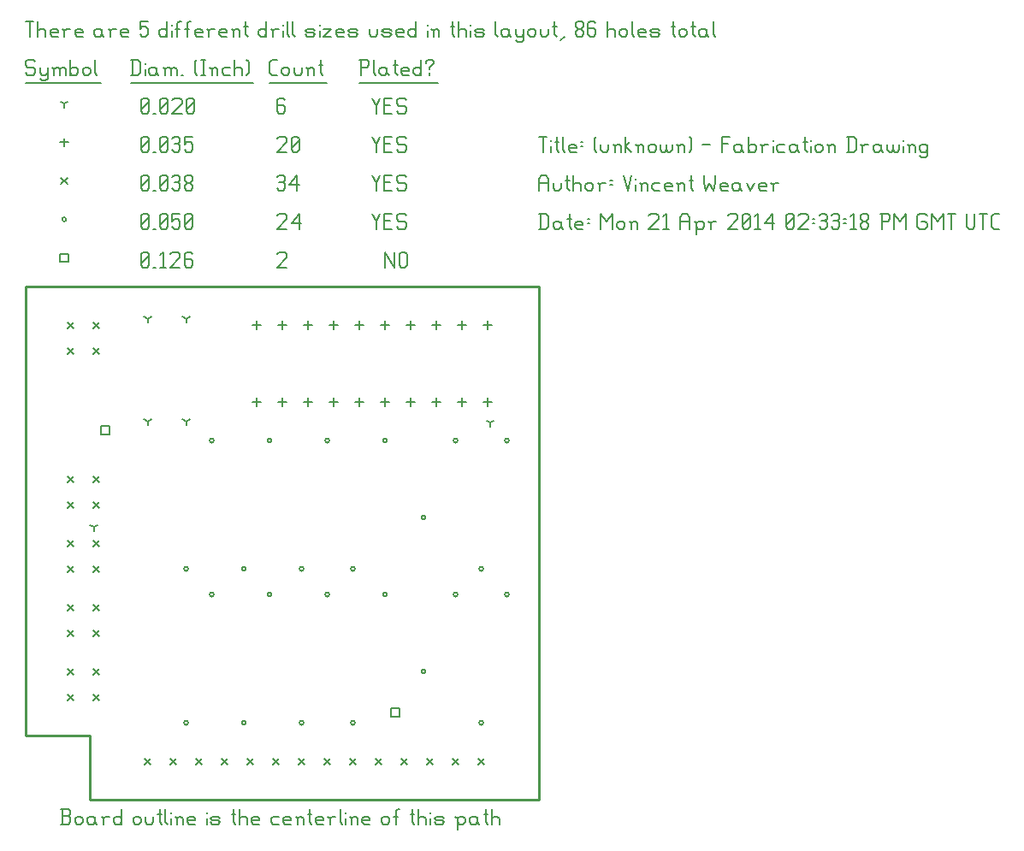
<source format=gbr>
G04 start of page 18 for group -3984 idx -3984 *
G04 Title: (unknown), fab *
G04 Creator: pcb 20140316 *
G04 CreationDate: Mon 21 Apr 2014 02:33:18 PM GMT UTC *
G04 For: vince *
G04 Format: Gerber/RS-274X *
G04 PCB-Dimensions (mil): 2000.00 2000.00 *
G04 PCB-Coordinate-Origin: lower left *
%MOIN*%
%FSLAX25Y25*%
%LNFAB*%
%ADD101C,0.0100*%
%ADD100C,0.0075*%
%ADD99C,0.0060*%
%ADD98C,0.0080*%
G54D98*X29400Y145600D02*X32600D01*
X29400D02*Y142400D01*
X32600D01*
Y145600D02*Y142400D01*
X142400Y35600D02*X145600D01*
X142400D02*Y32400D01*
X145600D01*
Y35600D02*Y32400D01*
X13400Y212850D02*X16600D01*
X13400D02*Y209650D01*
X16600D01*
Y212850D02*Y209650D01*
G54D99*X140000Y213500D02*Y207500D01*
Y213500D02*X143750Y207500D01*
Y213500D02*Y207500D01*
X145550Y212750D02*Y208250D01*
Y212750D02*X146300Y213500D01*
X147800D01*
X148550Y212750D01*
Y208250D01*
X147800Y207500D02*X148550Y208250D01*
X146300Y207500D02*X147800D01*
X145550Y208250D02*X146300Y207500D01*
X98000Y212750D02*X98750Y213500D01*
X101000D01*
X101750Y212750D01*
Y211250D01*
X98000Y207500D02*X101750Y211250D01*
X98000Y207500D02*X101750D01*
X45000Y208250D02*X45750Y207500D01*
X45000Y212750D02*Y208250D01*
Y212750D02*X45750Y213500D01*
X47250D01*
X48000Y212750D01*
Y208250D01*
X47250Y207500D02*X48000Y208250D01*
X45750Y207500D02*X47250D01*
X45000Y209000D02*X48000Y212000D01*
X49800Y207500D02*X50550D01*
X52350Y212300D02*X53550Y213500D01*
Y207500D01*
X52350D02*X54600D01*
X56400Y212750D02*X57150Y213500D01*
X59400D01*
X60150Y212750D01*
Y211250D01*
X56400Y207500D02*X60150Y211250D01*
X56400Y207500D02*X60150D01*
X64200Y213500D02*X64950Y212750D01*
X62700Y213500D02*X64200D01*
X61950Y212750D02*X62700Y213500D01*
X61950Y212750D02*Y208250D01*
X62700Y207500D01*
X64200Y210800D02*X64950Y210050D01*
X61950Y210800D02*X64200D01*
X62700Y207500D02*X64200D01*
X64950Y208250D01*
Y210050D02*Y208250D01*
X154200Y110000D02*G75*G03X155800Y110000I800J0D01*G01*
G75*G03X154200Y110000I-800J0D01*G01*
Y50000D02*G75*G03X155800Y50000I800J0D01*G01*
G75*G03X154200Y50000I-800J0D01*G01*
X61700Y90000D02*G75*G03X63300Y90000I800J0D01*G01*
G75*G03X61700Y90000I-800J0D01*G01*
Y30000D02*G75*G03X63300Y30000I800J0D01*G01*
G75*G03X61700Y30000I-800J0D01*G01*
X166700Y140000D02*G75*G03X168300Y140000I800J0D01*G01*
G75*G03X166700Y140000I-800J0D01*G01*
Y80000D02*G75*G03X168300Y80000I800J0D01*G01*
G75*G03X166700Y80000I-800J0D01*G01*
X116700Y140000D02*G75*G03X118300Y140000I800J0D01*G01*
G75*G03X116700Y140000I-800J0D01*G01*
Y80000D02*G75*G03X118300Y80000I800J0D01*G01*
G75*G03X116700Y80000I-800J0D01*G01*
X71700Y140000D02*G75*G03X73300Y140000I800J0D01*G01*
G75*G03X71700Y140000I-800J0D01*G01*
Y80000D02*G75*G03X73300Y80000I800J0D01*G01*
G75*G03X71700Y80000I-800J0D01*G01*
X176700Y90000D02*G75*G03X178300Y90000I800J0D01*G01*
G75*G03X176700Y90000I-800J0D01*G01*
Y30000D02*G75*G03X178300Y30000I800J0D01*G01*
G75*G03X176700Y30000I-800J0D01*G01*
X126700Y90000D02*G75*G03X128300Y90000I800J0D01*G01*
G75*G03X126700Y90000I-800J0D01*G01*
Y30000D02*G75*G03X128300Y30000I800J0D01*G01*
G75*G03X126700Y30000I-800J0D01*G01*
X84200Y90000D02*G75*G03X85800Y90000I800J0D01*G01*
G75*G03X84200Y90000I-800J0D01*G01*
Y30000D02*G75*G03X85800Y30000I800J0D01*G01*
G75*G03X84200Y30000I-800J0D01*G01*
X186700Y140000D02*G75*G03X188300Y140000I800J0D01*G01*
G75*G03X186700Y140000I-800J0D01*G01*
Y80000D02*G75*G03X188300Y80000I800J0D01*G01*
G75*G03X186700Y80000I-800J0D01*G01*
X139200Y140000D02*G75*G03X140800Y140000I800J0D01*G01*
G75*G03X139200Y140000I-800J0D01*G01*
Y80000D02*G75*G03X140800Y80000I800J0D01*G01*
G75*G03X139200Y80000I-800J0D01*G01*
X94200Y140000D02*G75*G03X95800Y140000I800J0D01*G01*
G75*G03X94200Y140000I-800J0D01*G01*
Y80000D02*G75*G03X95800Y80000I800J0D01*G01*
G75*G03X94200Y80000I-800J0D01*G01*
X106700Y90000D02*G75*G03X108300Y90000I800J0D01*G01*
G75*G03X106700Y90000I-800J0D01*G01*
Y30000D02*G75*G03X108300Y30000I800J0D01*G01*
G75*G03X106700Y30000I-800J0D01*G01*
X14200Y226250D02*G75*G03X15800Y226250I800J0D01*G01*
G75*G03X14200Y226250I-800J0D01*G01*
X135000Y228500D02*X136500Y225500D01*
X138000Y228500D01*
X136500Y225500D02*Y222500D01*
X139800Y225800D02*X142050D01*
X139800Y222500D02*X142800D01*
X139800Y228500D02*Y222500D01*
Y228500D02*X142800D01*
X147600D02*X148350Y227750D01*
X145350Y228500D02*X147600D01*
X144600Y227750D02*X145350Y228500D01*
X144600Y227750D02*Y226250D01*
X145350Y225500D01*
X147600D01*
X148350Y224750D01*
Y223250D01*
X147600Y222500D02*X148350Y223250D01*
X145350Y222500D02*X147600D01*
X144600Y223250D02*X145350Y222500D01*
X98000Y227750D02*X98750Y228500D01*
X101000D01*
X101750Y227750D01*
Y226250D01*
X98000Y222500D02*X101750Y226250D01*
X98000Y222500D02*X101750D01*
X103550Y224750D02*X106550Y228500D01*
X103550Y224750D02*X107300D01*
X106550Y228500D02*Y222500D01*
X45000Y223250D02*X45750Y222500D01*
X45000Y227750D02*Y223250D01*
Y227750D02*X45750Y228500D01*
X47250D01*
X48000Y227750D01*
Y223250D01*
X47250Y222500D02*X48000Y223250D01*
X45750Y222500D02*X47250D01*
X45000Y224000D02*X48000Y227000D01*
X49800Y222500D02*X50550D01*
X52350Y223250D02*X53100Y222500D01*
X52350Y227750D02*Y223250D01*
Y227750D02*X53100Y228500D01*
X54600D01*
X55350Y227750D01*
Y223250D01*
X54600Y222500D02*X55350Y223250D01*
X53100Y222500D02*X54600D01*
X52350Y224000D02*X55350Y227000D01*
X57150Y228500D02*X60150D01*
X57150D02*Y225500D01*
X57900Y226250D01*
X59400D01*
X60150Y225500D01*
Y223250D01*
X59400Y222500D02*X60150Y223250D01*
X57900Y222500D02*X59400D01*
X57150Y223250D02*X57900Y222500D01*
X61950Y223250D02*X62700Y222500D01*
X61950Y227750D02*Y223250D01*
Y227750D02*X62700Y228500D01*
X64200D01*
X64950Y227750D01*
Y223250D01*
X64200Y222500D02*X64950Y223250D01*
X62700Y222500D02*X64200D01*
X61950Y224000D02*X64950Y227000D01*
X16300Y51200D02*X18700Y48800D01*
X16300D02*X18700Y51200D01*
X26300D02*X28700Y48800D01*
X26300D02*X28700Y51200D01*
X16300Y41200D02*X18700Y38800D01*
X16300D02*X18700Y41200D01*
X26300D02*X28700Y38800D01*
X26300D02*X28700Y41200D01*
X16300Y76200D02*X18700Y73800D01*
X16300D02*X18700Y76200D01*
X26300D02*X28700Y73800D01*
X26300D02*X28700Y76200D01*
X16300Y66200D02*X18700Y63800D01*
X16300D02*X18700Y66200D01*
X26300D02*X28700Y63800D01*
X26300D02*X28700Y66200D01*
X16300Y101200D02*X18700Y98800D01*
X16300D02*X18700Y101200D01*
X26300D02*X28700Y98800D01*
X26300D02*X28700Y101200D01*
X16300Y91200D02*X18700Y88800D01*
X16300D02*X18700Y91200D01*
X26300D02*X28700Y88800D01*
X26300D02*X28700Y91200D01*
X16300Y126200D02*X18700Y123800D01*
X16300D02*X18700Y126200D01*
X26300D02*X28700Y123800D01*
X26300D02*X28700Y126200D01*
X16300Y116200D02*X18700Y113800D01*
X16300D02*X18700Y116200D01*
X26300D02*X28700Y113800D01*
X26300D02*X28700Y116200D01*
X16300Y186200D02*X18700Y183800D01*
X16300D02*X18700Y186200D01*
X26300D02*X28700Y183800D01*
X26300D02*X28700Y186200D01*
X16300Y176200D02*X18700Y173800D01*
X16300D02*X18700Y176200D01*
X26300D02*X28700Y173800D01*
X26300D02*X28700Y176200D01*
X46300Y16200D02*X48700Y13800D01*
X46300D02*X48700Y16200D01*
X56300D02*X58700Y13800D01*
X56300D02*X58700Y16200D01*
X66300D02*X68700Y13800D01*
X66300D02*X68700Y16200D01*
X76300D02*X78700Y13800D01*
X76300D02*X78700Y16200D01*
X86300D02*X88700Y13800D01*
X86300D02*X88700Y16200D01*
X96300D02*X98700Y13800D01*
X96300D02*X98700Y16200D01*
X106300D02*X108700Y13800D01*
X106300D02*X108700Y16200D01*
X116300D02*X118700Y13800D01*
X116300D02*X118700Y16200D01*
X126300D02*X128700Y13800D01*
X126300D02*X128700Y16200D01*
X136300D02*X138700Y13800D01*
X136300D02*X138700Y16200D01*
X146300D02*X148700Y13800D01*
X146300D02*X148700Y16200D01*
X156300D02*X158700Y13800D01*
X156300D02*X158700Y16200D01*
X166300D02*X168700Y13800D01*
X166300D02*X168700Y16200D01*
X176300D02*X178700Y13800D01*
X176300D02*X178700Y16200D01*
X13800Y242450D02*X16200Y240050D01*
X13800D02*X16200Y242450D01*
X135000Y243500D02*X136500Y240500D01*
X138000Y243500D01*
X136500Y240500D02*Y237500D01*
X139800Y240800D02*X142050D01*
X139800Y237500D02*X142800D01*
X139800Y243500D02*Y237500D01*
Y243500D02*X142800D01*
X147600D02*X148350Y242750D01*
X145350Y243500D02*X147600D01*
X144600Y242750D02*X145350Y243500D01*
X144600Y242750D02*Y241250D01*
X145350Y240500D01*
X147600D01*
X148350Y239750D01*
Y238250D01*
X147600Y237500D02*X148350Y238250D01*
X145350Y237500D02*X147600D01*
X144600Y238250D02*X145350Y237500D01*
X98000Y242750D02*X98750Y243500D01*
X100250D01*
X101000Y242750D01*
X100250Y237500D02*X101000Y238250D01*
X98750Y237500D02*X100250D01*
X98000Y238250D02*X98750Y237500D01*
Y240800D02*X100250D01*
X101000Y242750D02*Y241550D01*
Y240050D02*Y238250D01*
Y240050D02*X100250Y240800D01*
X101000Y241550D02*X100250Y240800D01*
X102800Y239750D02*X105800Y243500D01*
X102800Y239750D02*X106550D01*
X105800Y243500D02*Y237500D01*
X45000Y238250D02*X45750Y237500D01*
X45000Y242750D02*Y238250D01*
Y242750D02*X45750Y243500D01*
X47250D01*
X48000Y242750D01*
Y238250D01*
X47250Y237500D02*X48000Y238250D01*
X45750Y237500D02*X47250D01*
X45000Y239000D02*X48000Y242000D01*
X49800Y237500D02*X50550D01*
X52350Y238250D02*X53100Y237500D01*
X52350Y242750D02*Y238250D01*
Y242750D02*X53100Y243500D01*
X54600D01*
X55350Y242750D01*
Y238250D01*
X54600Y237500D02*X55350Y238250D01*
X53100Y237500D02*X54600D01*
X52350Y239000D02*X55350Y242000D01*
X57150Y242750D02*X57900Y243500D01*
X59400D01*
X60150Y242750D01*
X59400Y237500D02*X60150Y238250D01*
X57900Y237500D02*X59400D01*
X57150Y238250D02*X57900Y237500D01*
Y240800D02*X59400D01*
X60150Y242750D02*Y241550D01*
Y240050D02*Y238250D01*
Y240050D02*X59400Y240800D01*
X60150Y241550D02*X59400Y240800D01*
X61950Y238250D02*X62700Y237500D01*
X61950Y239450D02*Y238250D01*
Y239450D02*X63000Y240500D01*
X63900D01*
X64950Y239450D01*
Y238250D01*
X64200Y237500D02*X64950Y238250D01*
X62700Y237500D02*X64200D01*
X61950Y241550D02*X63000Y240500D01*
X61950Y242750D02*Y241550D01*
Y242750D02*X62700Y243500D01*
X64200D01*
X64950Y242750D01*
Y241550D01*
X63900Y240500D02*X64950Y241550D01*
X90000Y156600D02*Y153400D01*
X88400Y155000D02*X91600D01*
X100000Y156600D02*Y153400D01*
X98400Y155000D02*X101600D01*
X110000Y156600D02*Y153400D01*
X108400Y155000D02*X111600D01*
X120000Y156600D02*Y153400D01*
X118400Y155000D02*X121600D01*
X130000Y156600D02*Y153400D01*
X128400Y155000D02*X131600D01*
X140000Y156600D02*Y153400D01*
X138400Y155000D02*X141600D01*
X150000Y156600D02*Y153400D01*
X148400Y155000D02*X151600D01*
X160000Y156600D02*Y153400D01*
X158400Y155000D02*X161600D01*
X170000Y156600D02*Y153400D01*
X168400Y155000D02*X171600D01*
X180000Y156600D02*Y153400D01*
X178400Y155000D02*X181600D01*
X180000Y186600D02*Y183400D01*
X178400Y185000D02*X181600D01*
X170000Y186600D02*Y183400D01*
X168400Y185000D02*X171600D01*
X160000Y186600D02*Y183400D01*
X158400Y185000D02*X161600D01*
X150000Y186600D02*Y183400D01*
X148400Y185000D02*X151600D01*
X140000Y186600D02*Y183400D01*
X138400Y185000D02*X141600D01*
X130000Y186600D02*Y183400D01*
X128400Y185000D02*X131600D01*
X120000Y186600D02*Y183400D01*
X118400Y185000D02*X121600D01*
X110000Y186600D02*Y183400D01*
X108400Y185000D02*X111600D01*
X100000Y186600D02*Y183400D01*
X98400Y185000D02*X101600D01*
X90000Y186600D02*Y183400D01*
X88400Y185000D02*X91600D01*
X15000Y257850D02*Y254650D01*
X13400Y256250D02*X16600D01*
X135000Y258500D02*X136500Y255500D01*
X138000Y258500D01*
X136500Y255500D02*Y252500D01*
X139800Y255800D02*X142050D01*
X139800Y252500D02*X142800D01*
X139800Y258500D02*Y252500D01*
Y258500D02*X142800D01*
X147600D02*X148350Y257750D01*
X145350Y258500D02*X147600D01*
X144600Y257750D02*X145350Y258500D01*
X144600Y257750D02*Y256250D01*
X145350Y255500D01*
X147600D01*
X148350Y254750D01*
Y253250D01*
X147600Y252500D02*X148350Y253250D01*
X145350Y252500D02*X147600D01*
X144600Y253250D02*X145350Y252500D01*
X98000Y257750D02*X98750Y258500D01*
X101000D01*
X101750Y257750D01*
Y256250D01*
X98000Y252500D02*X101750Y256250D01*
X98000Y252500D02*X101750D01*
X103550Y253250D02*X104300Y252500D01*
X103550Y257750D02*Y253250D01*
Y257750D02*X104300Y258500D01*
X105800D01*
X106550Y257750D01*
Y253250D01*
X105800Y252500D02*X106550Y253250D01*
X104300Y252500D02*X105800D01*
X103550Y254000D02*X106550Y257000D01*
X45000Y253250D02*X45750Y252500D01*
X45000Y257750D02*Y253250D01*
Y257750D02*X45750Y258500D01*
X47250D01*
X48000Y257750D01*
Y253250D01*
X47250Y252500D02*X48000Y253250D01*
X45750Y252500D02*X47250D01*
X45000Y254000D02*X48000Y257000D01*
X49800Y252500D02*X50550D01*
X52350Y253250D02*X53100Y252500D01*
X52350Y257750D02*Y253250D01*
Y257750D02*X53100Y258500D01*
X54600D01*
X55350Y257750D01*
Y253250D01*
X54600Y252500D02*X55350Y253250D01*
X53100Y252500D02*X54600D01*
X52350Y254000D02*X55350Y257000D01*
X57150Y257750D02*X57900Y258500D01*
X59400D01*
X60150Y257750D01*
X59400Y252500D02*X60150Y253250D01*
X57900Y252500D02*X59400D01*
X57150Y253250D02*X57900Y252500D01*
Y255800D02*X59400D01*
X60150Y257750D02*Y256550D01*
Y255050D02*Y253250D01*
Y255050D02*X59400Y255800D01*
X60150Y256550D02*X59400Y255800D01*
X61950Y258500D02*X64950D01*
X61950D02*Y255500D01*
X62700Y256250D01*
X64200D01*
X64950Y255500D01*
Y253250D01*
X64200Y252500D02*X64950Y253250D01*
X62700Y252500D02*X64200D01*
X61950Y253250D02*X62700Y252500D01*
X47500Y147500D02*Y145900D01*
Y147500D02*X48887Y148300D01*
X47500Y147500D02*X46113Y148300D01*
X47500Y187500D02*Y185900D01*
Y187500D02*X48887Y188300D01*
X47500Y187500D02*X46113Y188300D01*
X62500Y147500D02*Y145900D01*
Y147500D02*X63887Y148300D01*
X62500Y147500D02*X61113Y148300D01*
X62500Y187500D02*Y185900D01*
Y187500D02*X63887Y188300D01*
X62500Y187500D02*X61113Y188300D01*
X181000Y147000D02*Y145400D01*
Y147000D02*X182387Y147800D01*
X181000Y147000D02*X179613Y147800D01*
X26500Y106300D02*Y104700D01*
Y106300D02*X27887Y107100D01*
X26500Y106300D02*X25113Y107100D01*
X15000Y271250D02*Y269650D01*
Y271250D02*X16387Y272050D01*
X15000Y271250D02*X13613Y272050D01*
X135000Y273500D02*X136500Y270500D01*
X138000Y273500D01*
X136500Y270500D02*Y267500D01*
X139800Y270800D02*X142050D01*
X139800Y267500D02*X142800D01*
X139800Y273500D02*Y267500D01*
Y273500D02*X142800D01*
X147600D02*X148350Y272750D01*
X145350Y273500D02*X147600D01*
X144600Y272750D02*X145350Y273500D01*
X144600Y272750D02*Y271250D01*
X145350Y270500D01*
X147600D01*
X148350Y269750D01*
Y268250D01*
X147600Y267500D02*X148350Y268250D01*
X145350Y267500D02*X147600D01*
X144600Y268250D02*X145350Y267500D01*
X100250Y273500D02*X101000Y272750D01*
X98750Y273500D02*X100250D01*
X98000Y272750D02*X98750Y273500D01*
X98000Y272750D02*Y268250D01*
X98750Y267500D01*
X100250Y270800D02*X101000Y270050D01*
X98000Y270800D02*X100250D01*
X98750Y267500D02*X100250D01*
X101000Y268250D01*
Y270050D02*Y268250D01*
X45000D02*X45750Y267500D01*
X45000Y272750D02*Y268250D01*
Y272750D02*X45750Y273500D01*
X47250D01*
X48000Y272750D01*
Y268250D01*
X47250Y267500D02*X48000Y268250D01*
X45750Y267500D02*X47250D01*
X45000Y269000D02*X48000Y272000D01*
X49800Y267500D02*X50550D01*
X52350Y268250D02*X53100Y267500D01*
X52350Y272750D02*Y268250D01*
Y272750D02*X53100Y273500D01*
X54600D01*
X55350Y272750D01*
Y268250D01*
X54600Y267500D02*X55350Y268250D01*
X53100Y267500D02*X54600D01*
X52350Y269000D02*X55350Y272000D01*
X57150Y272750D02*X57900Y273500D01*
X60150D01*
X60900Y272750D01*
Y271250D01*
X57150Y267500D02*X60900Y271250D01*
X57150Y267500D02*X60900D01*
X62700Y268250D02*X63450Y267500D01*
X62700Y272750D02*Y268250D01*
Y272750D02*X63450Y273500D01*
X64950D01*
X65700Y272750D01*
Y268250D01*
X64950Y267500D02*X65700Y268250D01*
X63450Y267500D02*X64950D01*
X62700Y269000D02*X65700Y272000D01*
X3000Y288500D02*X3750Y287750D01*
X750Y288500D02*X3000D01*
X0Y287750D02*X750Y288500D01*
X0Y287750D02*Y286250D01*
X750Y285500D01*
X3000D01*
X3750Y284750D01*
Y283250D01*
X3000Y282500D02*X3750Y283250D01*
X750Y282500D02*X3000D01*
X0Y283250D02*X750Y282500D01*
X5550Y285500D02*Y283250D01*
X6300Y282500D01*
X8550Y285500D02*Y281000D01*
X7800Y280250D02*X8550Y281000D01*
X6300Y280250D02*X7800D01*
X5550Y281000D02*X6300Y280250D01*
Y282500D02*X7800D01*
X8550Y283250D01*
X11100Y284750D02*Y282500D01*
Y284750D02*X11850Y285500D01*
X12600D01*
X13350Y284750D01*
Y282500D01*
Y284750D02*X14100Y285500D01*
X14850D01*
X15600Y284750D01*
Y282500D01*
X10350Y285500D02*X11100Y284750D01*
X17400Y288500D02*Y282500D01*
Y283250D02*X18150Y282500D01*
X19650D01*
X20400Y283250D01*
Y284750D02*Y283250D01*
X19650Y285500D02*X20400Y284750D01*
X18150Y285500D02*X19650D01*
X17400Y284750D02*X18150Y285500D01*
X22200Y284750D02*Y283250D01*
Y284750D02*X22950Y285500D01*
X24450D01*
X25200Y284750D01*
Y283250D01*
X24450Y282500D02*X25200Y283250D01*
X22950Y282500D02*X24450D01*
X22200Y283250D02*X22950Y282500D01*
X27000Y288500D02*Y283250D01*
X27750Y282500D01*
X0Y279250D02*X29250D01*
X41750Y288500D02*Y282500D01*
X43700Y288500D02*X44750Y287450D01*
Y283550D01*
X43700Y282500D02*X44750Y283550D01*
X41000Y282500D02*X43700D01*
X41000Y288500D02*X43700D01*
G54D100*X46550Y287000D02*Y286850D01*
G54D99*Y284750D02*Y282500D01*
X50300Y285500D02*X51050Y284750D01*
X48800Y285500D02*X50300D01*
X48050Y284750D02*X48800Y285500D01*
X48050Y284750D02*Y283250D01*
X48800Y282500D01*
X51050Y285500D02*Y283250D01*
X51800Y282500D01*
X48800D02*X50300D01*
X51050Y283250D01*
X54350Y284750D02*Y282500D01*
Y284750D02*X55100Y285500D01*
X55850D01*
X56600Y284750D01*
Y282500D01*
Y284750D02*X57350Y285500D01*
X58100D01*
X58850Y284750D01*
Y282500D01*
X53600Y285500D02*X54350Y284750D01*
X60650Y282500D02*X61400D01*
X65900Y283250D02*X66650Y282500D01*
X65900Y287750D02*X66650Y288500D01*
X65900Y287750D02*Y283250D01*
X68450Y288500D02*X69950D01*
X69200D02*Y282500D01*
X68450D02*X69950D01*
X72500Y284750D02*Y282500D01*
Y284750D02*X73250Y285500D01*
X74000D01*
X74750Y284750D01*
Y282500D01*
X71750Y285500D02*X72500Y284750D01*
X77300Y285500D02*X79550D01*
X76550Y284750D02*X77300Y285500D01*
X76550Y284750D02*Y283250D01*
X77300Y282500D01*
X79550D01*
X81350Y288500D02*Y282500D01*
Y284750D02*X82100Y285500D01*
X83600D01*
X84350Y284750D01*
Y282500D01*
X86150Y288500D02*X86900Y287750D01*
Y283250D01*
X86150Y282500D02*X86900Y283250D01*
X41000Y279250D02*X88700D01*
X96050Y282500D02*X98000D01*
X95000Y283550D02*X96050Y282500D01*
X95000Y287450D02*Y283550D01*
Y287450D02*X96050Y288500D01*
X98000D01*
X99800Y284750D02*Y283250D01*
Y284750D02*X100550Y285500D01*
X102050D01*
X102800Y284750D01*
Y283250D01*
X102050Y282500D02*X102800Y283250D01*
X100550Y282500D02*X102050D01*
X99800Y283250D02*X100550Y282500D01*
X104600Y285500D02*Y283250D01*
X105350Y282500D01*
X106850D01*
X107600Y283250D01*
Y285500D02*Y283250D01*
X110150Y284750D02*Y282500D01*
Y284750D02*X110900Y285500D01*
X111650D01*
X112400Y284750D01*
Y282500D01*
X109400Y285500D02*X110150Y284750D01*
X114950Y288500D02*Y283250D01*
X115700Y282500D01*
X114200Y286250D02*X115700D01*
X95000Y279250D02*X117200D01*
X130750Y288500D02*Y282500D01*
X130000Y288500D02*X133000D01*
X133750Y287750D01*
Y286250D01*
X133000Y285500D02*X133750Y286250D01*
X130750Y285500D02*X133000D01*
X135550Y288500D02*Y283250D01*
X136300Y282500D01*
X140050Y285500D02*X140800Y284750D01*
X138550Y285500D02*X140050D01*
X137800Y284750D02*X138550Y285500D01*
X137800Y284750D02*Y283250D01*
X138550Y282500D01*
X140800Y285500D02*Y283250D01*
X141550Y282500D01*
X138550D02*X140050D01*
X140800Y283250D01*
X144100Y288500D02*Y283250D01*
X144850Y282500D01*
X143350Y286250D02*X144850D01*
X147100Y282500D02*X149350D01*
X146350Y283250D02*X147100Y282500D01*
X146350Y284750D02*Y283250D01*
Y284750D02*X147100Y285500D01*
X148600D01*
X149350Y284750D01*
X146350Y284000D02*X149350D01*
Y284750D02*Y284000D01*
X154150Y288500D02*Y282500D01*
X153400D02*X154150Y283250D01*
X151900Y282500D02*X153400D01*
X151150Y283250D02*X151900Y282500D01*
X151150Y284750D02*Y283250D01*
Y284750D02*X151900Y285500D01*
X153400D01*
X154150Y284750D01*
X157450Y285500D02*Y284750D01*
Y283250D02*Y282500D01*
X155950Y287750D02*Y287000D01*
Y287750D02*X156700Y288500D01*
X158200D01*
X158950Y287750D01*
Y287000D01*
X157450Y285500D02*X158950Y287000D01*
X130000Y279250D02*X160750D01*
X0Y303500D02*X3000D01*
X1500D02*Y297500D01*
X4800Y303500D02*Y297500D01*
Y299750D02*X5550Y300500D01*
X7050D01*
X7800Y299750D01*
Y297500D01*
X10350D02*X12600D01*
X9600Y298250D02*X10350Y297500D01*
X9600Y299750D02*Y298250D01*
Y299750D02*X10350Y300500D01*
X11850D01*
X12600Y299750D01*
X9600Y299000D02*X12600D01*
Y299750D02*Y299000D01*
X15150Y299750D02*Y297500D01*
Y299750D02*X15900Y300500D01*
X17400D01*
X14400D02*X15150Y299750D01*
X19950Y297500D02*X22200D01*
X19200Y298250D02*X19950Y297500D01*
X19200Y299750D02*Y298250D01*
Y299750D02*X19950Y300500D01*
X21450D01*
X22200Y299750D01*
X19200Y299000D02*X22200D01*
Y299750D02*Y299000D01*
X28950Y300500D02*X29700Y299750D01*
X27450Y300500D02*X28950D01*
X26700Y299750D02*X27450Y300500D01*
X26700Y299750D02*Y298250D01*
X27450Y297500D01*
X29700Y300500D02*Y298250D01*
X30450Y297500D01*
X27450D02*X28950D01*
X29700Y298250D01*
X33000Y299750D02*Y297500D01*
Y299750D02*X33750Y300500D01*
X35250D01*
X32250D02*X33000Y299750D01*
X37800Y297500D02*X40050D01*
X37050Y298250D02*X37800Y297500D01*
X37050Y299750D02*Y298250D01*
Y299750D02*X37800Y300500D01*
X39300D01*
X40050Y299750D01*
X37050Y299000D02*X40050D01*
Y299750D02*Y299000D01*
X44550Y303500D02*X47550D01*
X44550D02*Y300500D01*
X45300Y301250D01*
X46800D01*
X47550Y300500D01*
Y298250D01*
X46800Y297500D02*X47550Y298250D01*
X45300Y297500D02*X46800D01*
X44550Y298250D02*X45300Y297500D01*
X55050Y303500D02*Y297500D01*
X54300D02*X55050Y298250D01*
X52800Y297500D02*X54300D01*
X52050Y298250D02*X52800Y297500D01*
X52050Y299750D02*Y298250D01*
Y299750D02*X52800Y300500D01*
X54300D01*
X55050Y299750D01*
G54D100*X56850Y302000D02*Y301850D01*
G54D99*Y299750D02*Y297500D01*
X59100Y302750D02*Y297500D01*
Y302750D02*X59850Y303500D01*
X60600D01*
X58350Y300500D02*X59850D01*
X62850Y302750D02*Y297500D01*
Y302750D02*X63600Y303500D01*
X64350D01*
X62100Y300500D02*X63600D01*
X66600Y297500D02*X68850D01*
X65850Y298250D02*X66600Y297500D01*
X65850Y299750D02*Y298250D01*
Y299750D02*X66600Y300500D01*
X68100D01*
X68850Y299750D01*
X65850Y299000D02*X68850D01*
Y299750D02*Y299000D01*
X71400Y299750D02*Y297500D01*
Y299750D02*X72150Y300500D01*
X73650D01*
X70650D02*X71400Y299750D01*
X76200Y297500D02*X78450D01*
X75450Y298250D02*X76200Y297500D01*
X75450Y299750D02*Y298250D01*
Y299750D02*X76200Y300500D01*
X77700D01*
X78450Y299750D01*
X75450Y299000D02*X78450D01*
Y299750D02*Y299000D01*
X81000Y299750D02*Y297500D01*
Y299750D02*X81750Y300500D01*
X82500D01*
X83250Y299750D01*
Y297500D01*
X80250Y300500D02*X81000Y299750D01*
X85800Y303500D02*Y298250D01*
X86550Y297500D01*
X85050Y301250D02*X86550D01*
X93750Y303500D02*Y297500D01*
X93000D02*X93750Y298250D01*
X91500Y297500D02*X93000D01*
X90750Y298250D02*X91500Y297500D01*
X90750Y299750D02*Y298250D01*
Y299750D02*X91500Y300500D01*
X93000D01*
X93750Y299750D01*
X96300D02*Y297500D01*
Y299750D02*X97050Y300500D01*
X98550D01*
X95550D02*X96300Y299750D01*
G54D100*X100350Y302000D02*Y301850D01*
G54D99*Y299750D02*Y297500D01*
X101850Y303500D02*Y298250D01*
X102600Y297500D01*
X104100Y303500D02*Y298250D01*
X104850Y297500D01*
X109800D02*X112050D01*
X112800Y298250D01*
X112050Y299000D02*X112800Y298250D01*
X109800Y299000D02*X112050D01*
X109050Y299750D02*X109800Y299000D01*
X109050Y299750D02*X109800Y300500D01*
X112050D01*
X112800Y299750D01*
X109050Y298250D02*X109800Y297500D01*
G54D100*X114600Y302000D02*Y301850D01*
G54D99*Y299750D02*Y297500D01*
X116100Y300500D02*X119100D01*
X116100Y297500D02*X119100Y300500D01*
X116100Y297500D02*X119100D01*
X121650D02*X123900D01*
X120900Y298250D02*X121650Y297500D01*
X120900Y299750D02*Y298250D01*
Y299750D02*X121650Y300500D01*
X123150D01*
X123900Y299750D01*
X120900Y299000D02*X123900D01*
Y299750D02*Y299000D01*
X126450Y297500D02*X128700D01*
X129450Y298250D01*
X128700Y299000D02*X129450Y298250D01*
X126450Y299000D02*X128700D01*
X125700Y299750D02*X126450Y299000D01*
X125700Y299750D02*X126450Y300500D01*
X128700D01*
X129450Y299750D01*
X125700Y298250D02*X126450Y297500D01*
X133950Y300500D02*Y298250D01*
X134700Y297500D01*
X136200D01*
X136950Y298250D01*
Y300500D02*Y298250D01*
X139500Y297500D02*X141750D01*
X142500Y298250D01*
X141750Y299000D02*X142500Y298250D01*
X139500Y299000D02*X141750D01*
X138750Y299750D02*X139500Y299000D01*
X138750Y299750D02*X139500Y300500D01*
X141750D01*
X142500Y299750D01*
X138750Y298250D02*X139500Y297500D01*
X145050D02*X147300D01*
X144300Y298250D02*X145050Y297500D01*
X144300Y299750D02*Y298250D01*
Y299750D02*X145050Y300500D01*
X146550D01*
X147300Y299750D01*
X144300Y299000D02*X147300D01*
Y299750D02*Y299000D01*
X152100Y303500D02*Y297500D01*
X151350D02*X152100Y298250D01*
X149850Y297500D02*X151350D01*
X149100Y298250D02*X149850Y297500D01*
X149100Y299750D02*Y298250D01*
Y299750D02*X149850Y300500D01*
X151350D01*
X152100Y299750D01*
G54D100*X156600Y302000D02*Y301850D01*
G54D99*Y299750D02*Y297500D01*
X158850Y299750D02*Y297500D01*
Y299750D02*X159600Y300500D01*
X160350D01*
X161100Y299750D01*
Y297500D01*
X158100Y300500D02*X158850Y299750D01*
X166350Y303500D02*Y298250D01*
X167100Y297500D01*
X165600Y301250D02*X167100D01*
X168600Y303500D02*Y297500D01*
Y299750D02*X169350Y300500D01*
X170850D01*
X171600Y299750D01*
Y297500D01*
G54D100*X173400Y302000D02*Y301850D01*
G54D99*Y299750D02*Y297500D01*
X175650D02*X177900D01*
X178650Y298250D01*
X177900Y299000D02*X178650Y298250D01*
X175650Y299000D02*X177900D01*
X174900Y299750D02*X175650Y299000D01*
X174900Y299750D02*X175650Y300500D01*
X177900D01*
X178650Y299750D01*
X174900Y298250D02*X175650Y297500D01*
X183150Y303500D02*Y298250D01*
X183900Y297500D01*
X187650Y300500D02*X188400Y299750D01*
X186150Y300500D02*X187650D01*
X185400Y299750D02*X186150Y300500D01*
X185400Y299750D02*Y298250D01*
X186150Y297500D01*
X188400Y300500D02*Y298250D01*
X189150Y297500D01*
X186150D02*X187650D01*
X188400Y298250D01*
X190950Y300500D02*Y298250D01*
X191700Y297500D01*
X193950Y300500D02*Y296000D01*
X193200Y295250D02*X193950Y296000D01*
X191700Y295250D02*X193200D01*
X190950Y296000D02*X191700Y295250D01*
Y297500D02*X193200D01*
X193950Y298250D01*
X195750Y299750D02*Y298250D01*
Y299750D02*X196500Y300500D01*
X198000D01*
X198750Y299750D01*
Y298250D01*
X198000Y297500D02*X198750Y298250D01*
X196500Y297500D02*X198000D01*
X195750Y298250D02*X196500Y297500D01*
X200550Y300500D02*Y298250D01*
X201300Y297500D01*
X202800D01*
X203550Y298250D01*
Y300500D02*Y298250D01*
X206100Y303500D02*Y298250D01*
X206850Y297500D01*
X205350Y301250D02*X206850D01*
X208350Y296000D02*X209850Y297500D01*
X214350Y298250D02*X215100Y297500D01*
X214350Y299450D02*Y298250D01*
Y299450D02*X215400Y300500D01*
X216300D01*
X217350Y299450D01*
Y298250D01*
X216600Y297500D02*X217350Y298250D01*
X215100Y297500D02*X216600D01*
X214350Y301550D02*X215400Y300500D01*
X214350Y302750D02*Y301550D01*
Y302750D02*X215100Y303500D01*
X216600D01*
X217350Y302750D01*
Y301550D01*
X216300Y300500D02*X217350Y301550D01*
X221400Y303500D02*X222150Y302750D01*
X219900Y303500D02*X221400D01*
X219150Y302750D02*X219900Y303500D01*
X219150Y302750D02*Y298250D01*
X219900Y297500D01*
X221400Y300800D02*X222150Y300050D01*
X219150Y300800D02*X221400D01*
X219900Y297500D02*X221400D01*
X222150Y298250D01*
Y300050D02*Y298250D01*
X226650Y303500D02*Y297500D01*
Y299750D02*X227400Y300500D01*
X228900D01*
X229650Y299750D01*
Y297500D01*
X231450Y299750D02*Y298250D01*
Y299750D02*X232200Y300500D01*
X233700D01*
X234450Y299750D01*
Y298250D01*
X233700Y297500D02*X234450Y298250D01*
X232200Y297500D02*X233700D01*
X231450Y298250D02*X232200Y297500D01*
X236250Y303500D02*Y298250D01*
X237000Y297500D01*
X239250D02*X241500D01*
X238500Y298250D02*X239250Y297500D01*
X238500Y299750D02*Y298250D01*
Y299750D02*X239250Y300500D01*
X240750D01*
X241500Y299750D01*
X238500Y299000D02*X241500D01*
Y299750D02*Y299000D01*
X244050Y297500D02*X246300D01*
X247050Y298250D01*
X246300Y299000D02*X247050Y298250D01*
X244050Y299000D02*X246300D01*
X243300Y299750D02*X244050Y299000D01*
X243300Y299750D02*X244050Y300500D01*
X246300D01*
X247050Y299750D01*
X243300Y298250D02*X244050Y297500D01*
X252300Y303500D02*Y298250D01*
X253050Y297500D01*
X251550Y301250D02*X253050D01*
X254550Y299750D02*Y298250D01*
Y299750D02*X255300Y300500D01*
X256800D01*
X257550Y299750D01*
Y298250D01*
X256800Y297500D02*X257550Y298250D01*
X255300Y297500D02*X256800D01*
X254550Y298250D02*X255300Y297500D01*
X260100Y303500D02*Y298250D01*
X260850Y297500D01*
X259350Y301250D02*X260850D01*
X264600Y300500D02*X265350Y299750D01*
X263100Y300500D02*X264600D01*
X262350Y299750D02*X263100Y300500D01*
X262350Y299750D02*Y298250D01*
X263100Y297500D01*
X265350Y300500D02*Y298250D01*
X266100Y297500D01*
X263100D02*X264600D01*
X265350Y298250D01*
X267900Y303500D02*Y298250D01*
X268650Y297500D01*
G54D101*X200000Y35000D02*Y0D01*
X25000D01*
Y25000D01*
X0D01*
X200000Y0D02*Y200000D01*
X0D01*
Y25000D01*
G54D99*X13675Y-9500D02*X16675D01*
X17425Y-8750D01*
Y-6950D02*Y-8750D01*
X16675Y-6200D02*X17425Y-6950D01*
X14425Y-6200D02*X16675D01*
X14425Y-3500D02*Y-9500D01*
X13675Y-3500D02*X16675D01*
X17425Y-4250D01*
Y-5450D01*
X16675Y-6200D02*X17425Y-5450D01*
X19225Y-7250D02*Y-8750D01*
Y-7250D02*X19975Y-6500D01*
X21475D01*
X22225Y-7250D01*
Y-8750D01*
X21475Y-9500D02*X22225Y-8750D01*
X19975Y-9500D02*X21475D01*
X19225Y-8750D02*X19975Y-9500D01*
X26275Y-6500D02*X27025Y-7250D01*
X24775Y-6500D02*X26275D01*
X24025Y-7250D02*X24775Y-6500D01*
X24025Y-7250D02*Y-8750D01*
X24775Y-9500D01*
X27025Y-6500D02*Y-8750D01*
X27775Y-9500D01*
X24775D02*X26275D01*
X27025Y-8750D01*
X30325Y-7250D02*Y-9500D01*
Y-7250D02*X31075Y-6500D01*
X32575D01*
X29575D02*X30325Y-7250D01*
X37375Y-3500D02*Y-9500D01*
X36625D02*X37375Y-8750D01*
X35125Y-9500D02*X36625D01*
X34375Y-8750D02*X35125Y-9500D01*
X34375Y-7250D02*Y-8750D01*
Y-7250D02*X35125Y-6500D01*
X36625D01*
X37375Y-7250D01*
X41875D02*Y-8750D01*
Y-7250D02*X42625Y-6500D01*
X44125D01*
X44875Y-7250D01*
Y-8750D01*
X44125Y-9500D02*X44875Y-8750D01*
X42625Y-9500D02*X44125D01*
X41875Y-8750D02*X42625Y-9500D01*
X46675Y-6500D02*Y-8750D01*
X47425Y-9500D01*
X48925D01*
X49675Y-8750D01*
Y-6500D02*Y-8750D01*
X52225Y-3500D02*Y-8750D01*
X52975Y-9500D01*
X51475Y-5750D02*X52975D01*
X54475Y-3500D02*Y-8750D01*
X55225Y-9500D01*
G54D100*X56725Y-5000D02*Y-5150D01*
G54D99*Y-7250D02*Y-9500D01*
X58975Y-7250D02*Y-9500D01*
Y-7250D02*X59725Y-6500D01*
X60475D01*
X61225Y-7250D01*
Y-9500D01*
X58225Y-6500D02*X58975Y-7250D01*
X63775Y-9500D02*X66025D01*
X63025Y-8750D02*X63775Y-9500D01*
X63025Y-7250D02*Y-8750D01*
Y-7250D02*X63775Y-6500D01*
X65275D01*
X66025Y-7250D01*
X63025Y-8000D02*X66025D01*
Y-7250D02*Y-8000D01*
G54D100*X70525Y-5000D02*Y-5150D01*
G54D99*Y-7250D02*Y-9500D01*
X72775D02*X75025D01*
X75775Y-8750D01*
X75025Y-8000D02*X75775Y-8750D01*
X72775Y-8000D02*X75025D01*
X72025Y-7250D02*X72775Y-8000D01*
X72025Y-7250D02*X72775Y-6500D01*
X75025D01*
X75775Y-7250D01*
X72025Y-8750D02*X72775Y-9500D01*
X81025Y-3500D02*Y-8750D01*
X81775Y-9500D01*
X80275Y-5750D02*X81775D01*
X83275Y-3500D02*Y-9500D01*
Y-7250D02*X84025Y-6500D01*
X85525D01*
X86275Y-7250D01*
Y-9500D01*
X88825D02*X91075D01*
X88075Y-8750D02*X88825Y-9500D01*
X88075Y-7250D02*Y-8750D01*
Y-7250D02*X88825Y-6500D01*
X90325D01*
X91075Y-7250D01*
X88075Y-8000D02*X91075D01*
Y-7250D02*Y-8000D01*
X96325Y-6500D02*X98575D01*
X95575Y-7250D02*X96325Y-6500D01*
X95575Y-7250D02*Y-8750D01*
X96325Y-9500D01*
X98575D01*
X101125D02*X103375D01*
X100375Y-8750D02*X101125Y-9500D01*
X100375Y-7250D02*Y-8750D01*
Y-7250D02*X101125Y-6500D01*
X102625D01*
X103375Y-7250D01*
X100375Y-8000D02*X103375D01*
Y-7250D02*Y-8000D01*
X105925Y-7250D02*Y-9500D01*
Y-7250D02*X106675Y-6500D01*
X107425D01*
X108175Y-7250D01*
Y-9500D01*
X105175Y-6500D02*X105925Y-7250D01*
X110725Y-3500D02*Y-8750D01*
X111475Y-9500D01*
X109975Y-5750D02*X111475D01*
X113725Y-9500D02*X115975D01*
X112975Y-8750D02*X113725Y-9500D01*
X112975Y-7250D02*Y-8750D01*
Y-7250D02*X113725Y-6500D01*
X115225D01*
X115975Y-7250D01*
X112975Y-8000D02*X115975D01*
Y-7250D02*Y-8000D01*
X118525Y-7250D02*Y-9500D01*
Y-7250D02*X119275Y-6500D01*
X120775D01*
X117775D02*X118525Y-7250D01*
X122575Y-3500D02*Y-8750D01*
X123325Y-9500D01*
G54D100*X124825Y-5000D02*Y-5150D01*
G54D99*Y-7250D02*Y-9500D01*
X127075Y-7250D02*Y-9500D01*
Y-7250D02*X127825Y-6500D01*
X128575D01*
X129325Y-7250D01*
Y-9500D01*
X126325Y-6500D02*X127075Y-7250D01*
X131875Y-9500D02*X134125D01*
X131125Y-8750D02*X131875Y-9500D01*
X131125Y-7250D02*Y-8750D01*
Y-7250D02*X131875Y-6500D01*
X133375D01*
X134125Y-7250D01*
X131125Y-8000D02*X134125D01*
Y-7250D02*Y-8000D01*
X138625Y-7250D02*Y-8750D01*
Y-7250D02*X139375Y-6500D01*
X140875D01*
X141625Y-7250D01*
Y-8750D01*
X140875Y-9500D02*X141625Y-8750D01*
X139375Y-9500D02*X140875D01*
X138625Y-8750D02*X139375Y-9500D01*
X144175Y-4250D02*Y-9500D01*
Y-4250D02*X144925Y-3500D01*
X145675D01*
X143425Y-6500D02*X144925D01*
X150625Y-3500D02*Y-8750D01*
X151375Y-9500D01*
X149875Y-5750D02*X151375D01*
X152875Y-3500D02*Y-9500D01*
Y-7250D02*X153625Y-6500D01*
X155125D01*
X155875Y-7250D01*
Y-9500D01*
G54D100*X157675Y-5000D02*Y-5150D01*
G54D99*Y-7250D02*Y-9500D01*
X159925D02*X162175D01*
X162925Y-8750D01*
X162175Y-8000D02*X162925Y-8750D01*
X159925Y-8000D02*X162175D01*
X159175Y-7250D02*X159925Y-8000D01*
X159175Y-7250D02*X159925Y-6500D01*
X162175D01*
X162925Y-7250D01*
X159175Y-8750D02*X159925Y-9500D01*
X168175Y-7250D02*Y-11750D01*
X167425Y-6500D02*X168175Y-7250D01*
X168925Y-6500D01*
X170425D01*
X171175Y-7250D01*
Y-8750D01*
X170425Y-9500D02*X171175Y-8750D01*
X168925Y-9500D02*X170425D01*
X168175Y-8750D02*X168925Y-9500D01*
X175225Y-6500D02*X175975Y-7250D01*
X173725Y-6500D02*X175225D01*
X172975Y-7250D02*X173725Y-6500D01*
X172975Y-7250D02*Y-8750D01*
X173725Y-9500D01*
X175975Y-6500D02*Y-8750D01*
X176725Y-9500D01*
X173725D02*X175225D01*
X175975Y-8750D01*
X179275Y-3500D02*Y-8750D01*
X180025Y-9500D01*
X178525Y-5750D02*X180025D01*
X181525Y-3500D02*Y-9500D01*
Y-7250D02*X182275Y-6500D01*
X183775D01*
X184525Y-7250D01*
Y-9500D01*
X200750Y228500D02*Y222500D01*
X202700Y228500D02*X203750Y227450D01*
Y223550D01*
X202700Y222500D02*X203750Y223550D01*
X200000Y222500D02*X202700D01*
X200000Y228500D02*X202700D01*
X207800Y225500D02*X208550Y224750D01*
X206300Y225500D02*X207800D01*
X205550Y224750D02*X206300Y225500D01*
X205550Y224750D02*Y223250D01*
X206300Y222500D01*
X208550Y225500D02*Y223250D01*
X209300Y222500D01*
X206300D02*X207800D01*
X208550Y223250D01*
X211850Y228500D02*Y223250D01*
X212600Y222500D01*
X211100Y226250D02*X212600D01*
X214850Y222500D02*X217100D01*
X214100Y223250D02*X214850Y222500D01*
X214100Y224750D02*Y223250D01*
Y224750D02*X214850Y225500D01*
X216350D01*
X217100Y224750D01*
X214100Y224000D02*X217100D01*
Y224750D02*Y224000D01*
X218900Y226250D02*X219650D01*
X218900Y224750D02*X219650D01*
X224150Y228500D02*Y222500D01*
Y228500D02*X226400Y225500D01*
X228650Y228500D01*
Y222500D01*
X230450Y224750D02*Y223250D01*
Y224750D02*X231200Y225500D01*
X232700D01*
X233450Y224750D01*
Y223250D01*
X232700Y222500D02*X233450Y223250D01*
X231200Y222500D02*X232700D01*
X230450Y223250D02*X231200Y222500D01*
X236000Y224750D02*Y222500D01*
Y224750D02*X236750Y225500D01*
X237500D01*
X238250Y224750D01*
Y222500D01*
X235250Y225500D02*X236000Y224750D01*
X242750Y227750D02*X243500Y228500D01*
X245750D01*
X246500Y227750D01*
Y226250D01*
X242750Y222500D02*X246500Y226250D01*
X242750Y222500D02*X246500D01*
X248300Y227300D02*X249500Y228500D01*
Y222500D01*
X248300D02*X250550D01*
X255050Y227000D02*Y222500D01*
Y227000D02*X256100Y228500D01*
X257750D01*
X258800Y227000D01*
Y222500D01*
X255050Y225500D02*X258800D01*
X261350Y224750D02*Y220250D01*
X260600Y225500D02*X261350Y224750D01*
X262100Y225500D01*
X263600D01*
X264350Y224750D01*
Y223250D01*
X263600Y222500D02*X264350Y223250D01*
X262100Y222500D02*X263600D01*
X261350Y223250D02*X262100Y222500D01*
X266900Y224750D02*Y222500D01*
Y224750D02*X267650Y225500D01*
X269150D01*
X266150D02*X266900Y224750D01*
X273650Y227750D02*X274400Y228500D01*
X276650D01*
X277400Y227750D01*
Y226250D01*
X273650Y222500D02*X277400Y226250D01*
X273650Y222500D02*X277400D01*
X279200Y223250D02*X279950Y222500D01*
X279200Y227750D02*Y223250D01*
Y227750D02*X279950Y228500D01*
X281450D01*
X282200Y227750D01*
Y223250D01*
X281450Y222500D02*X282200Y223250D01*
X279950Y222500D02*X281450D01*
X279200Y224000D02*X282200Y227000D01*
X284000Y227300D02*X285200Y228500D01*
Y222500D01*
X284000D02*X286250D01*
X288050Y224750D02*X291050Y228500D01*
X288050Y224750D02*X291800D01*
X291050Y228500D02*Y222500D01*
X296300Y223250D02*X297050Y222500D01*
X296300Y227750D02*Y223250D01*
Y227750D02*X297050Y228500D01*
X298550D01*
X299300Y227750D01*
Y223250D01*
X298550Y222500D02*X299300Y223250D01*
X297050Y222500D02*X298550D01*
X296300Y224000D02*X299300Y227000D01*
X301100Y227750D02*X301850Y228500D01*
X304100D01*
X304850Y227750D01*
Y226250D01*
X301100Y222500D02*X304850Y226250D01*
X301100Y222500D02*X304850D01*
X306650Y226250D02*X307400D01*
X306650Y224750D02*X307400D01*
X309200Y227750D02*X309950Y228500D01*
X311450D01*
X312200Y227750D01*
X311450Y222500D02*X312200Y223250D01*
X309950Y222500D02*X311450D01*
X309200Y223250D02*X309950Y222500D01*
Y225800D02*X311450D01*
X312200Y227750D02*Y226550D01*
Y225050D02*Y223250D01*
Y225050D02*X311450Y225800D01*
X312200Y226550D02*X311450Y225800D01*
X314000Y227750D02*X314750Y228500D01*
X316250D01*
X317000Y227750D01*
X316250Y222500D02*X317000Y223250D01*
X314750Y222500D02*X316250D01*
X314000Y223250D02*X314750Y222500D01*
Y225800D02*X316250D01*
X317000Y227750D02*Y226550D01*
Y225050D02*Y223250D01*
Y225050D02*X316250Y225800D01*
X317000Y226550D02*X316250Y225800D01*
X318800Y226250D02*X319550D01*
X318800Y224750D02*X319550D01*
X321350Y227300D02*X322550Y228500D01*
Y222500D01*
X321350D02*X323600D01*
X325400Y223250D02*X326150Y222500D01*
X325400Y224450D02*Y223250D01*
Y224450D02*X326450Y225500D01*
X327350D01*
X328400Y224450D01*
Y223250D01*
X327650Y222500D02*X328400Y223250D01*
X326150Y222500D02*X327650D01*
X325400Y226550D02*X326450Y225500D01*
X325400Y227750D02*Y226550D01*
Y227750D02*X326150Y228500D01*
X327650D01*
X328400Y227750D01*
Y226550D01*
X327350Y225500D02*X328400Y226550D01*
X333650Y228500D02*Y222500D01*
X332900Y228500D02*X335900D01*
X336650Y227750D01*
Y226250D01*
X335900Y225500D02*X336650Y226250D01*
X333650Y225500D02*X335900D01*
X338450Y228500D02*Y222500D01*
Y228500D02*X340700Y225500D01*
X342950Y228500D01*
Y222500D01*
X350450Y228500D02*X351200Y227750D01*
X348200Y228500D02*X350450D01*
X347450Y227750D02*X348200Y228500D01*
X347450Y227750D02*Y223250D01*
X348200Y222500D01*
X350450D01*
X351200Y223250D01*
Y224750D02*Y223250D01*
X350450Y225500D02*X351200Y224750D01*
X348950Y225500D02*X350450D01*
X353000Y228500D02*Y222500D01*
Y228500D02*X355250Y225500D01*
X357500Y228500D01*
Y222500D01*
X359300Y228500D02*X362300D01*
X360800D02*Y222500D01*
X366800Y228500D02*Y223250D01*
X367550Y222500D01*
X369050D01*
X369800Y223250D01*
Y228500D02*Y223250D01*
X371600Y228500D02*X374600D01*
X373100D02*Y222500D01*
X377450D02*X379400D01*
X376400Y223550D02*X377450Y222500D01*
X376400Y227450D02*Y223550D01*
Y227450D02*X377450Y228500D01*
X379400D01*
X200000Y242000D02*Y237500D01*
Y242000D02*X201050Y243500D01*
X202700D01*
X203750Y242000D01*
Y237500D01*
X200000Y240500D02*X203750D01*
X205550D02*Y238250D01*
X206300Y237500D01*
X207800D01*
X208550Y238250D01*
Y240500D02*Y238250D01*
X211100Y243500D02*Y238250D01*
X211850Y237500D01*
X210350Y241250D02*X211850D01*
X213350Y243500D02*Y237500D01*
Y239750D02*X214100Y240500D01*
X215600D01*
X216350Y239750D01*
Y237500D01*
X218150Y239750D02*Y238250D01*
Y239750D02*X218900Y240500D01*
X220400D01*
X221150Y239750D01*
Y238250D01*
X220400Y237500D02*X221150Y238250D01*
X218900Y237500D02*X220400D01*
X218150Y238250D02*X218900Y237500D01*
X223700Y239750D02*Y237500D01*
Y239750D02*X224450Y240500D01*
X225950D01*
X222950D02*X223700Y239750D01*
X227750Y241250D02*X228500D01*
X227750Y239750D02*X228500D01*
X233000Y243500D02*X234500Y237500D01*
X236000Y243500D01*
G54D100*X237800Y242000D02*Y241850D01*
G54D99*Y239750D02*Y237500D01*
X240050Y239750D02*Y237500D01*
Y239750D02*X240800Y240500D01*
X241550D01*
X242300Y239750D01*
Y237500D01*
X239300Y240500D02*X240050Y239750D01*
X244850Y240500D02*X247100D01*
X244100Y239750D02*X244850Y240500D01*
X244100Y239750D02*Y238250D01*
X244850Y237500D01*
X247100D01*
X249650D02*X251900D01*
X248900Y238250D02*X249650Y237500D01*
X248900Y239750D02*Y238250D01*
Y239750D02*X249650Y240500D01*
X251150D01*
X251900Y239750D01*
X248900Y239000D02*X251900D01*
Y239750D02*Y239000D01*
X254450Y239750D02*Y237500D01*
Y239750D02*X255200Y240500D01*
X255950D01*
X256700Y239750D01*
Y237500D01*
X253700Y240500D02*X254450Y239750D01*
X259250Y243500D02*Y238250D01*
X260000Y237500D01*
X258500Y241250D02*X260000D01*
X264200Y243500D02*Y240500D01*
X264950Y237500D01*
X266450Y240500D01*
X267950Y237500D01*
X268700Y240500D01*
Y243500D02*Y240500D01*
X271250Y237500D02*X273500D01*
X270500Y238250D02*X271250Y237500D01*
X270500Y239750D02*Y238250D01*
Y239750D02*X271250Y240500D01*
X272750D01*
X273500Y239750D01*
X270500Y239000D02*X273500D01*
Y239750D02*Y239000D01*
X277550Y240500D02*X278300Y239750D01*
X276050Y240500D02*X277550D01*
X275300Y239750D02*X276050Y240500D01*
X275300Y239750D02*Y238250D01*
X276050Y237500D01*
X278300Y240500D02*Y238250D01*
X279050Y237500D01*
X276050D02*X277550D01*
X278300Y238250D01*
X280850Y240500D02*X282350Y237500D01*
X283850Y240500D02*X282350Y237500D01*
X286400D02*X288650D01*
X285650Y238250D02*X286400Y237500D01*
X285650Y239750D02*Y238250D01*
Y239750D02*X286400Y240500D01*
X287900D01*
X288650Y239750D01*
X285650Y239000D02*X288650D01*
Y239750D02*Y239000D01*
X291200Y239750D02*Y237500D01*
Y239750D02*X291950Y240500D01*
X293450D01*
X290450D02*X291200Y239750D01*
X200000Y258500D02*X203000D01*
X201500D02*Y252500D01*
G54D100*X204800Y257000D02*Y256850D01*
G54D99*Y254750D02*Y252500D01*
X207050Y258500D02*Y253250D01*
X207800Y252500D01*
X206300Y256250D02*X207800D01*
X209300Y258500D02*Y253250D01*
X210050Y252500D01*
X212300D02*X214550D01*
X211550Y253250D02*X212300Y252500D01*
X211550Y254750D02*Y253250D01*
Y254750D02*X212300Y255500D01*
X213800D01*
X214550Y254750D01*
X211550Y254000D02*X214550D01*
Y254750D02*Y254000D01*
X216350Y256250D02*X217100D01*
X216350Y254750D02*X217100D01*
X221600Y253250D02*X222350Y252500D01*
X221600Y257750D02*X222350Y258500D01*
X221600Y257750D02*Y253250D01*
X224150Y255500D02*Y253250D01*
X224900Y252500D01*
X226400D01*
X227150Y253250D01*
Y255500D02*Y253250D01*
X229700Y254750D02*Y252500D01*
Y254750D02*X230450Y255500D01*
X231200D01*
X231950Y254750D01*
Y252500D01*
X228950Y255500D02*X229700Y254750D01*
X233750Y258500D02*Y252500D01*
Y254750D02*X236000Y252500D01*
X233750Y254750D02*X235250Y256250D01*
X238550Y254750D02*Y252500D01*
Y254750D02*X239300Y255500D01*
X240050D01*
X240800Y254750D01*
Y252500D01*
X237800Y255500D02*X238550Y254750D01*
X242600D02*Y253250D01*
Y254750D02*X243350Y255500D01*
X244850D01*
X245600Y254750D01*
Y253250D01*
X244850Y252500D02*X245600Y253250D01*
X243350Y252500D02*X244850D01*
X242600Y253250D02*X243350Y252500D01*
X247400Y255500D02*Y253250D01*
X248150Y252500D01*
X248900D01*
X249650Y253250D01*
Y255500D02*Y253250D01*
X250400Y252500D01*
X251150D01*
X251900Y253250D01*
Y255500D02*Y253250D01*
X254450Y254750D02*Y252500D01*
Y254750D02*X255200Y255500D01*
X255950D01*
X256700Y254750D01*
Y252500D01*
X253700Y255500D02*X254450Y254750D01*
X258500Y258500D02*X259250Y257750D01*
Y253250D01*
X258500Y252500D02*X259250Y253250D01*
X263750Y255500D02*X266750D01*
X271250Y258500D02*Y252500D01*
Y258500D02*X274250D01*
X271250Y255800D02*X273500D01*
X278300Y255500D02*X279050Y254750D01*
X276800Y255500D02*X278300D01*
X276050Y254750D02*X276800Y255500D01*
X276050Y254750D02*Y253250D01*
X276800Y252500D01*
X279050Y255500D02*Y253250D01*
X279800Y252500D01*
X276800D02*X278300D01*
X279050Y253250D01*
X281600Y258500D02*Y252500D01*
Y253250D02*X282350Y252500D01*
X283850D01*
X284600Y253250D01*
Y254750D02*Y253250D01*
X283850Y255500D02*X284600Y254750D01*
X282350Y255500D02*X283850D01*
X281600Y254750D02*X282350Y255500D01*
X287150Y254750D02*Y252500D01*
Y254750D02*X287900Y255500D01*
X289400D01*
X286400D02*X287150Y254750D01*
G54D100*X291200Y257000D02*Y256850D01*
G54D99*Y254750D02*Y252500D01*
X293450Y255500D02*X295700D01*
X292700Y254750D02*X293450Y255500D01*
X292700Y254750D02*Y253250D01*
X293450Y252500D01*
X295700D01*
X299750Y255500D02*X300500Y254750D01*
X298250Y255500D02*X299750D01*
X297500Y254750D02*X298250Y255500D01*
X297500Y254750D02*Y253250D01*
X298250Y252500D01*
X300500Y255500D02*Y253250D01*
X301250Y252500D01*
X298250D02*X299750D01*
X300500Y253250D01*
X303800Y258500D02*Y253250D01*
X304550Y252500D01*
X303050Y256250D02*X304550D01*
G54D100*X306050Y257000D02*Y256850D01*
G54D99*Y254750D02*Y252500D01*
X307550Y254750D02*Y253250D01*
Y254750D02*X308300Y255500D01*
X309800D01*
X310550Y254750D01*
Y253250D01*
X309800Y252500D02*X310550Y253250D01*
X308300Y252500D02*X309800D01*
X307550Y253250D02*X308300Y252500D01*
X313100Y254750D02*Y252500D01*
Y254750D02*X313850Y255500D01*
X314600D01*
X315350Y254750D01*
Y252500D01*
X312350Y255500D02*X313100Y254750D01*
X320600Y258500D02*Y252500D01*
X322550Y258500D02*X323600Y257450D01*
Y253550D01*
X322550Y252500D02*X323600Y253550D01*
X319850Y252500D02*X322550D01*
X319850Y258500D02*X322550D01*
X326150Y254750D02*Y252500D01*
Y254750D02*X326900Y255500D01*
X328400D01*
X325400D02*X326150Y254750D01*
X332450Y255500D02*X333200Y254750D01*
X330950Y255500D02*X332450D01*
X330200Y254750D02*X330950Y255500D01*
X330200Y254750D02*Y253250D01*
X330950Y252500D01*
X333200Y255500D02*Y253250D01*
X333950Y252500D01*
X330950D02*X332450D01*
X333200Y253250D01*
X335750Y255500D02*Y253250D01*
X336500Y252500D01*
X337250D01*
X338000Y253250D01*
Y255500D02*Y253250D01*
X338750Y252500D01*
X339500D01*
X340250Y253250D01*
Y255500D02*Y253250D01*
G54D100*X342050Y257000D02*Y256850D01*
G54D99*Y254750D02*Y252500D01*
X344300Y254750D02*Y252500D01*
Y254750D02*X345050Y255500D01*
X345800D01*
X346550Y254750D01*
Y252500D01*
X343550Y255500D02*X344300Y254750D01*
X350600Y255500D02*X351350Y254750D01*
X349100Y255500D02*X350600D01*
X348350Y254750D02*X349100Y255500D01*
X348350Y254750D02*Y253250D01*
X349100Y252500D01*
X350600D01*
X351350Y253250D01*
X348350Y251000D02*X349100Y250250D01*
X350600D01*
X351350Y251000D01*
Y255500D02*Y251000D01*
M02*

</source>
